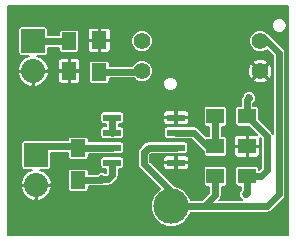
<source format=gtl>
G04 #@! TF.FileFunction,Copper,L1,Top,Signal*
%FSLAX46Y46*%
G04 Gerber Fmt 4.6, Leading zero omitted, Abs format (unit mm)*
G04 Created by KiCad (PCBNEW 0.201506222247+5806~23~ubuntu14.04.1-product) date Sun 28 Jun 2015 17:51:11 CEST*
%MOMM*%
G01*
G04 APERTURE LIST*
%ADD10C,0.127000*%
%ADD11R,1.250000X1.500000*%
%ADD12R,2.032000X2.032000*%
%ADD13O,2.032000X2.032000*%
%ADD14R,1.300000X1.500000*%
%ADD15R,1.500000X1.300000*%
%ADD16C,2.999740*%
%ADD17C,1.400000*%
%ADD18R,1.550000X0.600000*%
%ADD19C,0.685800*%
%ADD20C,0.609600*%
%ADD21C,0.152400*%
G04 APERTURE END LIST*
D10*
D11*
X153924000Y-86380000D03*
X153924000Y-88880000D03*
D12*
X150876000Y-86360000D03*
D13*
X150876000Y-88900000D03*
D12*
X151130000Y-96012000D03*
D13*
X151130000Y-98552000D03*
D14*
X154686000Y-98124000D03*
X154686000Y-95424000D03*
D15*
X168990000Y-97790000D03*
X166290000Y-97790000D03*
D14*
X156464000Y-88980000D03*
X156464000Y-86280000D03*
D15*
X168990000Y-92710000D03*
X166290000Y-92710000D03*
X166290000Y-95250000D03*
X168990000Y-95250000D03*
D16*
X162560000Y-100330000D03*
D17*
X170100000Y-88900000D03*
X170100000Y-86360000D03*
X160100000Y-88900000D03*
X160100000Y-86360000D03*
D18*
X162974000Y-96647000D03*
X162974000Y-95377000D03*
X162974000Y-94107000D03*
X162974000Y-92837000D03*
X157574000Y-92837000D03*
X157574000Y-94107000D03*
X157574000Y-95377000D03*
X157574000Y-96647000D03*
D19*
X168910000Y-99314000D03*
X169164000Y-91186000D03*
X156718000Y-98044000D03*
D20*
X153924000Y-86380000D02*
X150896000Y-86380000D01*
X150896000Y-86380000D02*
X150876000Y-86360000D01*
X168990000Y-97790000D02*
X168990000Y-99234000D01*
X168990000Y-99234000D02*
X168910000Y-99314000D01*
X168990000Y-92710000D02*
X168990000Y-91360000D01*
X168990000Y-91360000D02*
X169164000Y-91186000D01*
X168990000Y-97790000D02*
X170180000Y-97790000D01*
X170688000Y-94408000D02*
X168990000Y-92710000D01*
X170688000Y-97282000D02*
X170688000Y-94408000D01*
X170180000Y-97790000D02*
X170688000Y-97282000D01*
X156718000Y-98044000D02*
X157226000Y-98044000D01*
X156638000Y-98124000D02*
X156718000Y-98044000D01*
X154686000Y-98124000D02*
X156638000Y-98124000D01*
X157574000Y-97696000D02*
X157574000Y-96647000D01*
X157226000Y-98044000D02*
X157574000Y-97696000D01*
X157574000Y-95377000D02*
X154733000Y-95377000D01*
X154733000Y-95377000D02*
X154606000Y-95250000D01*
X154606000Y-95250000D02*
X151892000Y-95250000D01*
X151892000Y-95250000D02*
X151130000Y-96012000D01*
X170100000Y-86360000D02*
X170688000Y-86360000D01*
X170688000Y-86360000D02*
X171704000Y-87376000D01*
X170688000Y-100330000D02*
X164592000Y-100330000D01*
X171704000Y-99314000D02*
X170688000Y-100330000D01*
X171704000Y-87376000D02*
X171704000Y-99314000D01*
X170100000Y-86360000D02*
X170434000Y-86360000D01*
X162560000Y-100330000D02*
X162560000Y-99060000D01*
X162560000Y-99060000D02*
X160274000Y-96774000D01*
X160655000Y-95377000D02*
X162974000Y-95377000D01*
X160274000Y-95758000D02*
X160655000Y-95377000D01*
X160274000Y-96774000D02*
X160274000Y-95758000D01*
X162560000Y-100330000D02*
X164592000Y-100330000D01*
X164592000Y-100330000D02*
X165354000Y-100330000D01*
X166290000Y-99394000D02*
X166290000Y-97790000D01*
X165354000Y-100330000D02*
X166290000Y-99394000D01*
X156464000Y-88980000D02*
X160020000Y-88980000D01*
X160020000Y-88980000D02*
X160100000Y-88900000D01*
X166290000Y-95250000D02*
X165608000Y-95250000D01*
X165608000Y-95250000D02*
X164465000Y-94107000D01*
X164465000Y-94107000D02*
X162974000Y-94107000D01*
X166290000Y-92710000D02*
X166290000Y-95250000D01*
X157574000Y-92837000D02*
X157574000Y-94107000D01*
D21*
G36*
X172441400Y-102793800D02*
X148741600Y-102793800D01*
X148741600Y-98602800D01*
X149867372Y-98602800D01*
X149809268Y-98812617D01*
X149810066Y-98816645D01*
X150011815Y-99301617D01*
X150383798Y-99672467D01*
X150869383Y-99872736D01*
X151079200Y-99814695D01*
X151079200Y-98602800D01*
X151180800Y-98602800D01*
X151180800Y-99814695D01*
X151390617Y-99872736D01*
X151876202Y-99672467D01*
X152248185Y-99301617D01*
X152426074Y-98874000D01*
X153802921Y-98874000D01*
X153819833Y-98961164D01*
X153870158Y-99037774D01*
X153946129Y-99089056D01*
X154036000Y-99107079D01*
X155336000Y-99107079D01*
X155423164Y-99090167D01*
X155499774Y-99039842D01*
X155551056Y-98963871D01*
X155569079Y-98874000D01*
X155569079Y-98657400D01*
X156638000Y-98657400D01*
X156842123Y-98616797D01*
X156864555Y-98601809D01*
X156923628Y-98577400D01*
X157226000Y-98577400D01*
X157430123Y-98536797D01*
X157603171Y-98421171D01*
X157951171Y-98073171D01*
X158066797Y-97900124D01*
X158107400Y-97696000D01*
X158107400Y-97180079D01*
X158349000Y-97180079D01*
X158436164Y-97163167D01*
X158512774Y-97112842D01*
X158564056Y-97036871D01*
X158582079Y-96947000D01*
X158582079Y-96347000D01*
X158565167Y-96259836D01*
X158514842Y-96183226D01*
X158438871Y-96131944D01*
X158349000Y-96113921D01*
X157575614Y-96113921D01*
X157574000Y-96113600D01*
X157572386Y-96113921D01*
X156799000Y-96113921D01*
X155569079Y-96113921D01*
X155569079Y-95910400D01*
X157574000Y-95910400D01*
X157575614Y-95910079D01*
X158349000Y-95910079D01*
X158436164Y-95893167D01*
X158512774Y-95842842D01*
X158564056Y-95766871D01*
X158582079Y-95677000D01*
X158582079Y-95077000D01*
X158565167Y-94989836D01*
X158514842Y-94913226D01*
X158438871Y-94861944D01*
X158349000Y-94843921D01*
X157575614Y-94843921D01*
X157574000Y-94843600D01*
X155569079Y-94843600D01*
X155569079Y-94674000D01*
X155552167Y-94586836D01*
X155501842Y-94510226D01*
X155425871Y-94458944D01*
X155336000Y-94440921D01*
X154036000Y-94440921D01*
X153948836Y-94457833D01*
X153872226Y-94508158D01*
X153820944Y-94584129D01*
X153802921Y-94674000D01*
X153802921Y-94716600D01*
X151892005Y-94716600D01*
X151892000Y-94716599D01*
X151687877Y-94757203D01*
X151679319Y-94762921D01*
X150114000Y-94762921D01*
X150026836Y-94779833D01*
X149950226Y-94830158D01*
X149898944Y-94906129D01*
X149880921Y-94996000D01*
X149880921Y-97028000D01*
X149897833Y-97115164D01*
X149948158Y-97191774D01*
X150024129Y-97243056D01*
X150114000Y-97261079D01*
X150797092Y-97261079D01*
X150383798Y-97431533D01*
X150011815Y-97802383D01*
X149810066Y-98287355D01*
X149809268Y-98291383D01*
X149867372Y-98501200D01*
X151079200Y-98501200D01*
X151079200Y-98481200D01*
X151180800Y-98481200D01*
X151180800Y-98501200D01*
X152392628Y-98501200D01*
X152450732Y-98291383D01*
X152449934Y-98287355D01*
X152248185Y-97802383D01*
X151876202Y-97431533D01*
X151462908Y-97261079D01*
X152146000Y-97261079D01*
X152233164Y-97244167D01*
X152309774Y-97193842D01*
X152361056Y-97117871D01*
X152379079Y-97028000D01*
X152379079Y-95783400D01*
X153802921Y-95783400D01*
X153802921Y-96174000D01*
X153819833Y-96261164D01*
X153870158Y-96337774D01*
X153946129Y-96389056D01*
X154036000Y-96407079D01*
X155336000Y-96407079D01*
X155423164Y-96390167D01*
X155499774Y-96339842D01*
X155551056Y-96263871D01*
X155569079Y-96174000D01*
X155569079Y-96113921D01*
X156799000Y-96113921D01*
X155569079Y-96113921D01*
X155569079Y-96113921D01*
X156799000Y-96113921D01*
X156711836Y-96130833D01*
X156635226Y-96181158D01*
X156583944Y-96257129D01*
X156565921Y-96347000D01*
X156565921Y-96947000D01*
X156582833Y-97034164D01*
X156633158Y-97110774D01*
X156709129Y-97162056D01*
X156799000Y-97180079D01*
X157040600Y-97180079D01*
X157040600Y-97475058D01*
X157005058Y-97510600D01*
X156923691Y-97510600D01*
X156832177Y-97472600D01*
X156604820Y-97472401D01*
X156394694Y-97559224D01*
X156363263Y-97590600D01*
X155569079Y-97590600D01*
X155569079Y-97374000D01*
X155552167Y-97286836D01*
X155501842Y-97210226D01*
X155425871Y-97158944D01*
X155336000Y-97140921D01*
X154036000Y-97140921D01*
X153948836Y-97157833D01*
X153872226Y-97208158D01*
X153820944Y-97284129D01*
X153802921Y-97374000D01*
X153802921Y-98874000D01*
X152426074Y-98874000D01*
X152449934Y-98816645D01*
X152450732Y-98812617D01*
X152392628Y-98602800D01*
X151180800Y-98602800D01*
X151079200Y-98602800D01*
X151079200Y-98602800D01*
X149867372Y-98602800D01*
X148741600Y-98602800D01*
X148741600Y-92303921D01*
X156799000Y-92303921D01*
X156711836Y-92320833D01*
X156635226Y-92371158D01*
X156583944Y-92447129D01*
X156565921Y-92537000D01*
X156565921Y-93137000D01*
X156582833Y-93224164D01*
X156633158Y-93300774D01*
X156709129Y-93352056D01*
X156799000Y-93370079D01*
X157040600Y-93370079D01*
X157040600Y-93573921D01*
X156799000Y-93573921D01*
X156711836Y-93590833D01*
X156635226Y-93641158D01*
X156583944Y-93717129D01*
X156565921Y-93807000D01*
X156565921Y-94407000D01*
X156582833Y-94494164D01*
X156633158Y-94570774D01*
X156709129Y-94622056D01*
X156799000Y-94640079D01*
X157572386Y-94640079D01*
X157574000Y-94640400D01*
X157575614Y-94640079D01*
X158349000Y-94640079D01*
X158436164Y-94623167D01*
X158512774Y-94572842D01*
X158564056Y-94496871D01*
X158582079Y-94407000D01*
X158582079Y-93807000D01*
X158565167Y-93719836D01*
X158514842Y-93643226D01*
X158438871Y-93591944D01*
X158349000Y-93573921D01*
X158107400Y-93573921D01*
X158107400Y-93370079D01*
X158349000Y-93370079D01*
X158436164Y-93353167D01*
X158512774Y-93302842D01*
X158564056Y-93226871D01*
X158582079Y-93137000D01*
X158582079Y-92887800D01*
X161951350Y-92887800D01*
X161868800Y-92970350D01*
X161868800Y-93202681D01*
X161919070Y-93324043D01*
X162011957Y-93416930D01*
X162133319Y-93467200D01*
X162840650Y-93467200D01*
X162923200Y-93384650D01*
X162923200Y-92887800D01*
X163024800Y-92887800D01*
X163024800Y-93384650D01*
X163107350Y-93467200D01*
X163814681Y-93467200D01*
X163936043Y-93416930D01*
X164028930Y-93324043D01*
X164079200Y-93202681D01*
X164079200Y-92970350D01*
X163996650Y-92887800D01*
X163024800Y-92887800D01*
X162923200Y-92887800D01*
X162923200Y-92887800D01*
X161951350Y-92887800D01*
X158582079Y-92887800D01*
X158582079Y-92537000D01*
X158565167Y-92449836D01*
X158514842Y-92373226D01*
X158438871Y-92321944D01*
X158349000Y-92303921D01*
X157575614Y-92303921D01*
X157574000Y-92303600D01*
X157572386Y-92303921D01*
X156799000Y-92303921D01*
X148741600Y-92303921D01*
X148741600Y-92206800D01*
X162133319Y-92206800D01*
X162011957Y-92257070D01*
X161919070Y-92349957D01*
X161868800Y-92471319D01*
X161868800Y-92703650D01*
X161951350Y-92786200D01*
X162923200Y-92786200D01*
X162923200Y-92289350D01*
X162840650Y-92206800D01*
X163107350Y-92206800D01*
X163024800Y-92289350D01*
X163024800Y-92786200D01*
X163996650Y-92786200D01*
X164079200Y-92703650D01*
X164079200Y-92471319D01*
X164028930Y-92349957D01*
X163936043Y-92257070D01*
X163814681Y-92206800D01*
X163107350Y-92206800D01*
X162840650Y-92206800D01*
X162840650Y-92206800D01*
X162133319Y-92206800D01*
X148741600Y-92206800D01*
X148741600Y-90614401D01*
X169050820Y-90614401D01*
X168840694Y-90701224D01*
X168679789Y-90861849D01*
X168641430Y-90954228D01*
X168612829Y-90982829D01*
X168497203Y-91155877D01*
X168456600Y-91360000D01*
X168456600Y-91826921D01*
X168240000Y-91826921D01*
X168152836Y-91843833D01*
X168076226Y-91894158D01*
X168024944Y-91970129D01*
X168006921Y-92060000D01*
X168006921Y-93360000D01*
X168023833Y-93447164D01*
X168074158Y-93523774D01*
X168150129Y-93575056D01*
X168240000Y-93593079D01*
X169118737Y-93593079D01*
X169795459Y-94269800D01*
X169123350Y-94269800D01*
X169040800Y-94352350D01*
X169040800Y-95199200D01*
X169987650Y-95199200D01*
X170070200Y-95116650D01*
X170070200Y-94544541D01*
X170154600Y-94628941D01*
X170154600Y-97061059D01*
X169973079Y-97242579D01*
X169973079Y-97140000D01*
X169956167Y-97052836D01*
X169905842Y-96976226D01*
X169829871Y-96924944D01*
X169740000Y-96906921D01*
X168240000Y-96906921D01*
X168152836Y-96923833D01*
X168076226Y-96974158D01*
X168024944Y-97050129D01*
X168006921Y-97140000D01*
X168006921Y-98440000D01*
X168023833Y-98527164D01*
X168074158Y-98603774D01*
X168150129Y-98655056D01*
X168240000Y-98673079D01*
X168456600Y-98673079D01*
X168456600Y-98959092D01*
X168425789Y-98989849D01*
X168338600Y-99199823D01*
X168338401Y-99427180D01*
X168425224Y-99637306D01*
X168584241Y-99796600D01*
X166641742Y-99796600D01*
X166667171Y-99771171D01*
X166782797Y-99598123D01*
X166823400Y-99394000D01*
X166823400Y-98673079D01*
X167040000Y-98673079D01*
X167127164Y-98656167D01*
X167203774Y-98605842D01*
X167255056Y-98529871D01*
X167273079Y-98440000D01*
X167273079Y-97140000D01*
X167256167Y-97052836D01*
X167205842Y-96976226D01*
X167129871Y-96924944D01*
X167040000Y-96906921D01*
X165540000Y-96906921D01*
X165452836Y-96923833D01*
X165376226Y-96974158D01*
X165324944Y-97050129D01*
X165306921Y-97140000D01*
X165306921Y-98440000D01*
X165323833Y-98527164D01*
X165374158Y-98603774D01*
X165450129Y-98655056D01*
X165540000Y-98673079D01*
X165756600Y-98673079D01*
X165756600Y-99173058D01*
X165133058Y-99796600D01*
X164209811Y-99796600D01*
X164026180Y-99352179D01*
X163540378Y-98865529D01*
X162905322Y-98601830D01*
X162856129Y-98601787D01*
X160952142Y-96697800D01*
X161951350Y-96697800D01*
X161868800Y-96780350D01*
X161868800Y-97012681D01*
X161919070Y-97134043D01*
X162011957Y-97226930D01*
X162133319Y-97277200D01*
X162840650Y-97277200D01*
X162923200Y-97194650D01*
X162923200Y-96697800D01*
X163024800Y-96697800D01*
X162923200Y-96697800D01*
X162923200Y-96697800D01*
X163024800Y-96697800D01*
X163024800Y-97194650D01*
X163107350Y-97277200D01*
X163814681Y-97277200D01*
X163936043Y-97226930D01*
X164028930Y-97134043D01*
X164079200Y-97012681D01*
X164079200Y-96780350D01*
X163996650Y-96697800D01*
X163024800Y-96697800D01*
X162923200Y-96697800D01*
X162923200Y-96697800D01*
X161951350Y-96697800D01*
X160952142Y-96697800D01*
X160807400Y-96553058D01*
X160807400Y-96016800D01*
X162133319Y-96016800D01*
X162011957Y-96067070D01*
X161919070Y-96159957D01*
X161868800Y-96281319D01*
X161868800Y-96513650D01*
X161951350Y-96596200D01*
X162923200Y-96596200D01*
X162923200Y-96099350D01*
X162840650Y-96016800D01*
X163107350Y-96016800D01*
X163024800Y-96099350D01*
X163024800Y-96596200D01*
X163996650Y-96596200D01*
X164079200Y-96513650D01*
X164079200Y-96281319D01*
X164037204Y-96179930D01*
X168052957Y-96179930D01*
X168174319Y-96230200D01*
X168856650Y-96230200D01*
X168939200Y-96147650D01*
X168939200Y-95300800D01*
X169040800Y-95300800D01*
X169040800Y-96147650D01*
X169123350Y-96230200D01*
X169805681Y-96230200D01*
X169927043Y-96179930D01*
X170019930Y-96087043D01*
X170070200Y-95965681D01*
X170070200Y-95383350D01*
X169987650Y-95300800D01*
X169040800Y-95300800D01*
X168939200Y-95300800D01*
X168939200Y-95300800D01*
X167992350Y-95300800D01*
X167273079Y-95300800D01*
X167273079Y-94600000D01*
X167256167Y-94512836D01*
X167205842Y-94436226D01*
X167129871Y-94384944D01*
X167040000Y-94366921D01*
X166823400Y-94366921D01*
X166823400Y-94269800D01*
X168174319Y-94269800D01*
X168052957Y-94320070D01*
X167960070Y-94412957D01*
X167909800Y-94534319D01*
X167909800Y-95116650D01*
X167992350Y-95199200D01*
X168939200Y-95199200D01*
X168939200Y-94352350D01*
X168856650Y-94269800D01*
X168174319Y-94269800D01*
X166823400Y-94269800D01*
X166823400Y-93593079D01*
X167040000Y-93593079D01*
X167127164Y-93576167D01*
X167203774Y-93525842D01*
X167255056Y-93449871D01*
X167273079Y-93360000D01*
X167273079Y-92060000D01*
X167256167Y-91972836D01*
X167205842Y-91896226D01*
X167129871Y-91844944D01*
X167040000Y-91826921D01*
X165540000Y-91826921D01*
X165452836Y-91843833D01*
X165376226Y-91894158D01*
X165324944Y-91970129D01*
X165306921Y-92060000D01*
X165306921Y-93360000D01*
X165323833Y-93447164D01*
X165374158Y-93523774D01*
X165450129Y-93575056D01*
X165540000Y-93593079D01*
X165756600Y-93593079D01*
X165756600Y-94366921D01*
X165540000Y-94366921D01*
X165489133Y-94376791D01*
X164842171Y-93729829D01*
X164669123Y-93614203D01*
X164465000Y-93573600D01*
X162974000Y-93573600D01*
X162972386Y-93573921D01*
X162199000Y-93573921D01*
X162111836Y-93590833D01*
X162035226Y-93641158D01*
X161983944Y-93717129D01*
X161965921Y-93807000D01*
X161965921Y-94407000D01*
X161982833Y-94494164D01*
X162033158Y-94570774D01*
X162109129Y-94622056D01*
X162199000Y-94640079D01*
X162972386Y-94640079D01*
X162974000Y-94640400D01*
X164244058Y-94640400D01*
X165230829Y-95627171D01*
X165306921Y-95678014D01*
X165306921Y-95900000D01*
X165323833Y-95987164D01*
X165374158Y-96063774D01*
X165450129Y-96115056D01*
X165540000Y-96133079D01*
X167040000Y-96133079D01*
X167127164Y-96116167D01*
X167203774Y-96065842D01*
X167255056Y-95989871D01*
X167273079Y-95900000D01*
X167273079Y-95300800D01*
X167992350Y-95300800D01*
X167273079Y-95300800D01*
X167273079Y-95300800D01*
X167992350Y-95300800D01*
X167909800Y-95383350D01*
X167909800Y-95965681D01*
X167960070Y-96087043D01*
X168052957Y-96179930D01*
X164037204Y-96179930D01*
X164028930Y-96159957D01*
X163936043Y-96067070D01*
X163814681Y-96016800D01*
X163107350Y-96016800D01*
X162840650Y-96016800D01*
X162840650Y-96016800D01*
X162133319Y-96016800D01*
X160807400Y-96016800D01*
X160807400Y-95978942D01*
X160875941Y-95910400D01*
X162974000Y-95910400D01*
X162975614Y-95910079D01*
X163749000Y-95910079D01*
X163836164Y-95893167D01*
X163912774Y-95842842D01*
X163964056Y-95766871D01*
X163982079Y-95677000D01*
X163982079Y-95077000D01*
X163965167Y-94989836D01*
X163914842Y-94913226D01*
X163838871Y-94861944D01*
X163749000Y-94843921D01*
X162975614Y-94843921D01*
X162974000Y-94843600D01*
X160655000Y-94843600D01*
X160450876Y-94884203D01*
X160381563Y-94930516D01*
X160277829Y-94999829D01*
X160277827Y-94999832D01*
X159896829Y-95380829D01*
X159781203Y-95553877D01*
X159740600Y-95758000D01*
X159740600Y-96774000D01*
X159781203Y-96978123D01*
X159896829Y-97151171D01*
X161601496Y-98855838D01*
X161582179Y-98863820D01*
X161095529Y-99349622D01*
X160831830Y-99984678D01*
X160831230Y-100672306D01*
X161093820Y-101307821D01*
X161579622Y-101794471D01*
X162214678Y-102058170D01*
X162902306Y-102058770D01*
X163537821Y-101796180D01*
X164024471Y-101310378D01*
X164210073Y-100863400D01*
X170688000Y-100863400D01*
X170892123Y-100822797D01*
X171065171Y-100707171D01*
X172081171Y-99691171D01*
X172196797Y-99518123D01*
X172237400Y-99314000D01*
X172237400Y-87376000D01*
X172196797Y-87171877D01*
X172081171Y-86998829D01*
X171065171Y-85982829D01*
X170904561Y-85875514D01*
X170887688Y-85834678D01*
X170626696Y-85573231D01*
X170285520Y-85431562D01*
X169916100Y-85431240D01*
X169574678Y-85572312D01*
X160624483Y-85572312D01*
X160285520Y-85431562D01*
X159916100Y-85431240D01*
X159574678Y-85572312D01*
X159313231Y-85833304D01*
X159171562Y-86174480D01*
X159171240Y-86543900D01*
X159312312Y-86885322D01*
X159573304Y-87146769D01*
X159914480Y-87288438D01*
X160283900Y-87288760D01*
X160625322Y-87147688D01*
X160886769Y-86886696D01*
X161028438Y-86545520D01*
X161028760Y-86176100D01*
X160887688Y-85834678D01*
X160626696Y-85573231D01*
X160624483Y-85572312D01*
X169574678Y-85572312D01*
X160624483Y-85572312D01*
X160624483Y-85572312D01*
X169574678Y-85572312D01*
X169313231Y-85833304D01*
X169171562Y-86174480D01*
X169171240Y-86543900D01*
X169312312Y-86885322D01*
X169573304Y-87146769D01*
X169914480Y-87288438D01*
X170283900Y-87288760D01*
X170625322Y-87147688D01*
X170673376Y-87099718D01*
X171170600Y-87596942D01*
X151954553Y-87596942D01*
X151979164Y-87592167D01*
X152055774Y-87541842D01*
X152107056Y-87465871D01*
X152125079Y-87376000D01*
X152125079Y-86913400D01*
X153065921Y-86913400D01*
X153065921Y-87130000D01*
X153082833Y-87217164D01*
X153133158Y-87293774D01*
X153209129Y-87345056D01*
X153299000Y-87363079D01*
X154549000Y-87363079D01*
X154636164Y-87346167D01*
X154712774Y-87295842D01*
X154764056Y-87219871D01*
X154782079Y-87130000D01*
X154782079Y-86330800D01*
X155566350Y-86330800D01*
X155483800Y-86413350D01*
X155483800Y-87095681D01*
X155534070Y-87217043D01*
X155626957Y-87309930D01*
X155748319Y-87360200D01*
X156330650Y-87360200D01*
X156413200Y-87277650D01*
X156413200Y-86330800D01*
X156514800Y-86330800D01*
X156413200Y-86330800D01*
X156413200Y-86330800D01*
X156514800Y-86330800D01*
X156514800Y-87277650D01*
X156597350Y-87360200D01*
X157179681Y-87360200D01*
X157301043Y-87309930D01*
X157393930Y-87217043D01*
X157444200Y-87095681D01*
X157444200Y-86413350D01*
X157361650Y-86330800D01*
X156514800Y-86330800D01*
X156413200Y-86330800D01*
X156413200Y-86330800D01*
X155566350Y-86330800D01*
X154782079Y-86330800D01*
X154782079Y-85630000D01*
X154765167Y-85542836D01*
X154714842Y-85466226D01*
X154638871Y-85414944D01*
X154549000Y-85396921D01*
X153299000Y-85396921D01*
X153211836Y-85413833D01*
X153135226Y-85464158D01*
X153083944Y-85540129D01*
X153065921Y-85630000D01*
X153065921Y-85846600D01*
X152125079Y-85846600D01*
X152125079Y-85344000D01*
X152108167Y-85256836D01*
X152070701Y-85199800D01*
X155748319Y-85199800D01*
X155626957Y-85250070D01*
X155534070Y-85342957D01*
X155483800Y-85464319D01*
X155483800Y-86146650D01*
X155566350Y-86229200D01*
X156413200Y-86229200D01*
X156413200Y-85282350D01*
X156330650Y-85199800D01*
X156597350Y-85199800D01*
X156514800Y-85282350D01*
X156514800Y-86229200D01*
X157361650Y-86229200D01*
X157444200Y-86146650D01*
X157444200Y-85464319D01*
X157393930Y-85342957D01*
X157301043Y-85250070D01*
X157179681Y-85199800D01*
X156597350Y-85199800D01*
X156330650Y-85199800D01*
X156330650Y-85199800D01*
X155748319Y-85199800D01*
X152070701Y-85199800D01*
X152057842Y-85180226D01*
X151981871Y-85128944D01*
X151892000Y-85110921D01*
X149860000Y-85110921D01*
X149772836Y-85127833D01*
X149696226Y-85178158D01*
X149644944Y-85254129D01*
X149626921Y-85344000D01*
X149626921Y-87376000D01*
X149643833Y-87463164D01*
X149694158Y-87539774D01*
X149770129Y-87591056D01*
X149860000Y-87609079D01*
X150543092Y-87609079D01*
X150129798Y-87779533D01*
X149757815Y-88150383D01*
X149556066Y-88635355D01*
X149555268Y-88639383D01*
X149613372Y-88849200D01*
X150825200Y-88849200D01*
X150825200Y-88829200D01*
X150926800Y-88829200D01*
X150926800Y-88849200D01*
X152138628Y-88849200D01*
X152196732Y-88639383D01*
X152195934Y-88635355D01*
X151994185Y-88150383D01*
X151642531Y-87799800D01*
X153233319Y-87799800D01*
X153111957Y-87850070D01*
X153019070Y-87942957D01*
X152968800Y-88064319D01*
X152968800Y-88746650D01*
X153051350Y-88829200D01*
X153873200Y-88829200D01*
X153873200Y-87882350D01*
X153790650Y-87799800D01*
X154057350Y-87799800D01*
X153790650Y-87799800D01*
X153790650Y-87799800D01*
X154057350Y-87799800D01*
X153974800Y-87882350D01*
X153974800Y-88829200D01*
X154796650Y-88829200D01*
X154879200Y-88746650D01*
X154879200Y-88064319D01*
X154828930Y-87942957D01*
X154757683Y-87871710D01*
X169885702Y-87871710D01*
X169524421Y-88021358D01*
X169452503Y-88180661D01*
X170100000Y-88828158D01*
X170747497Y-88180661D01*
X170675579Y-88021358D01*
X170295524Y-87867976D01*
X169885702Y-87871710D01*
X154757683Y-87871710D01*
X154736043Y-87850070D01*
X154614681Y-87799800D01*
X154057350Y-87799800D01*
X153790650Y-87799800D01*
X153790650Y-87799800D01*
X153233319Y-87799800D01*
X151642531Y-87799800D01*
X151622202Y-87779533D01*
X151208908Y-87609079D01*
X151892000Y-87609079D01*
X151954553Y-87596942D01*
X171170600Y-87596942D01*
X151954553Y-87596942D01*
X151954553Y-87596942D01*
X171170600Y-87596942D01*
X171170600Y-94188616D01*
X171116066Y-94107000D01*
X171065171Y-94030829D01*
X171065168Y-94030827D01*
X169973079Y-92938737D01*
X169973079Y-92060000D01*
X169956167Y-91972836D01*
X169905842Y-91896226D01*
X169829871Y-91844944D01*
X169740000Y-91826921D01*
X169523400Y-91826921D01*
X169523400Y-91634745D01*
X169648211Y-91510151D01*
X169735400Y-91300177D01*
X169735599Y-91072820D01*
X169648776Y-90862694D01*
X169488151Y-90701789D01*
X169278177Y-90614600D01*
X169050820Y-90614401D01*
X148741600Y-90614401D01*
X148741600Y-90335608D01*
X161966788Y-90335608D01*
X162143462Y-90512590D01*
X162374415Y-90608491D01*
X162624488Y-90608709D01*
X162855608Y-90513212D01*
X163032590Y-90336538D01*
X163128491Y-90105585D01*
X163128709Y-89855512D01*
X163033212Y-89624392D01*
X163028168Y-89619339D01*
X169452503Y-89619339D01*
X169524421Y-89778642D01*
X169904476Y-89932024D01*
X170314298Y-89928290D01*
X170675579Y-89778642D01*
X170747497Y-89619339D01*
X170100000Y-88971842D01*
X169452503Y-89619339D01*
X163028168Y-89619339D01*
X162856538Y-89447410D01*
X162625585Y-89351509D01*
X162375512Y-89351291D01*
X162144392Y-89446788D01*
X160866641Y-89446788D01*
X160886769Y-89426696D01*
X161028438Y-89085520D01*
X161028760Y-88716100D01*
X160887688Y-88374678D01*
X160837519Y-88324421D01*
X169221358Y-88324421D01*
X169067976Y-88704476D01*
X169071710Y-89114298D01*
X169221358Y-89475579D01*
X169380661Y-89547497D01*
X170028158Y-88900000D01*
X170171842Y-88900000D01*
X170819339Y-89547497D01*
X170978642Y-89475579D01*
X171132024Y-89095524D01*
X171128290Y-88685702D01*
X170978642Y-88324421D01*
X170819339Y-88252503D01*
X170171842Y-88900000D01*
X170028158Y-88900000D01*
X170028158Y-88900000D01*
X169380661Y-88252503D01*
X169221358Y-88324421D01*
X160837519Y-88324421D01*
X160626696Y-88113231D01*
X160285520Y-87971562D01*
X159916100Y-87971240D01*
X159574678Y-88112312D01*
X159313231Y-88373304D01*
X159282796Y-88446600D01*
X157347079Y-88446600D01*
X157347079Y-88230000D01*
X157330167Y-88142836D01*
X157279842Y-88066226D01*
X157203871Y-88014944D01*
X157114000Y-87996921D01*
X155814000Y-87996921D01*
X155726836Y-88013833D01*
X155650226Y-88064158D01*
X155598944Y-88140129D01*
X155580921Y-88230000D01*
X155580921Y-89730000D01*
X155597833Y-89817164D01*
X155648158Y-89893774D01*
X155724129Y-89945056D01*
X155814000Y-89963079D01*
X157114000Y-89963079D01*
X157201164Y-89946167D01*
X157277774Y-89895842D01*
X157329056Y-89819871D01*
X157347079Y-89730000D01*
X157347079Y-89513400D01*
X159400237Y-89513400D01*
X159573304Y-89686769D01*
X159914480Y-89828438D01*
X160283900Y-89828760D01*
X160625322Y-89687688D01*
X160866641Y-89446788D01*
X162144392Y-89446788D01*
X160866641Y-89446788D01*
X160866641Y-89446788D01*
X162144392Y-89446788D01*
X161967410Y-89623462D01*
X161871509Y-89854415D01*
X161871291Y-90104488D01*
X151418479Y-90104488D01*
X151622202Y-90020467D01*
X151994185Y-89649617D01*
X152195934Y-89164645D01*
X152196732Y-89160617D01*
X152138628Y-88950800D01*
X150926800Y-88950800D01*
X150926800Y-90162695D01*
X151136617Y-90220736D01*
X151418479Y-90104488D01*
X161871291Y-90104488D01*
X151418479Y-90104488D01*
X151418479Y-90104488D01*
X161871291Y-90104488D01*
X161966788Y-90335608D01*
X148741600Y-90335608D01*
X148741600Y-88950800D01*
X149613372Y-88950800D01*
X149555268Y-89160617D01*
X149556066Y-89164645D01*
X149757815Y-89649617D01*
X150129798Y-90020467D01*
X150615383Y-90220736D01*
X150825200Y-90162695D01*
X150825200Y-88950800D01*
X149613372Y-88950800D01*
X148741600Y-88950800D01*
X148741600Y-88930800D01*
X153051350Y-88930800D01*
X152968800Y-89013350D01*
X152968800Y-89695681D01*
X153019070Y-89817043D01*
X153111957Y-89909930D01*
X153233319Y-89960200D01*
X153790650Y-89960200D01*
X153873200Y-89877650D01*
X153873200Y-88930800D01*
X153974800Y-88930800D01*
X153873200Y-88930800D01*
X153873200Y-88930800D01*
X153974800Y-88930800D01*
X153974800Y-89877650D01*
X154057350Y-89960200D01*
X154614681Y-89960200D01*
X154736043Y-89909930D01*
X154828930Y-89817043D01*
X154879200Y-89695681D01*
X154879200Y-89013350D01*
X154796650Y-88930800D01*
X153974800Y-88930800D01*
X153873200Y-88930800D01*
X153873200Y-88930800D01*
X153051350Y-88930800D01*
X148741600Y-88930800D01*
X148741600Y-84496788D01*
X171344392Y-84496788D01*
X171167410Y-84673462D01*
X171071509Y-84904415D01*
X171071291Y-85154488D01*
X171166788Y-85385608D01*
X171343462Y-85562590D01*
X171574415Y-85658491D01*
X171824488Y-85658709D01*
X172055608Y-85563212D01*
X172232590Y-85386538D01*
X172328491Y-85155585D01*
X172328709Y-84905512D01*
X172233212Y-84674392D01*
X172056538Y-84497410D01*
X171825585Y-84401509D01*
X171575512Y-84401291D01*
X171344392Y-84496788D01*
X148741600Y-84496788D01*
X148741600Y-83388200D01*
X172441400Y-83388200D01*
X172441400Y-102793800D01*
X172441400Y-102793800D01*
G37*
X172441400Y-102793800D02*
X148741600Y-102793800D01*
X148741600Y-98602800D01*
X149867372Y-98602800D01*
X149809268Y-98812617D01*
X149810066Y-98816645D01*
X150011815Y-99301617D01*
X150383798Y-99672467D01*
X150869383Y-99872736D01*
X151079200Y-99814695D01*
X151079200Y-98602800D01*
X151180800Y-98602800D01*
X151180800Y-99814695D01*
X151390617Y-99872736D01*
X151876202Y-99672467D01*
X152248185Y-99301617D01*
X152426074Y-98874000D01*
X153802921Y-98874000D01*
X153819833Y-98961164D01*
X153870158Y-99037774D01*
X153946129Y-99089056D01*
X154036000Y-99107079D01*
X155336000Y-99107079D01*
X155423164Y-99090167D01*
X155499774Y-99039842D01*
X155551056Y-98963871D01*
X155569079Y-98874000D01*
X155569079Y-98657400D01*
X156638000Y-98657400D01*
X156842123Y-98616797D01*
X156864555Y-98601809D01*
X156923628Y-98577400D01*
X157226000Y-98577400D01*
X157430123Y-98536797D01*
X157603171Y-98421171D01*
X157951171Y-98073171D01*
X158066797Y-97900124D01*
X158107400Y-97696000D01*
X158107400Y-97180079D01*
X158349000Y-97180079D01*
X158436164Y-97163167D01*
X158512774Y-97112842D01*
X158564056Y-97036871D01*
X158582079Y-96947000D01*
X158582079Y-96347000D01*
X158565167Y-96259836D01*
X158514842Y-96183226D01*
X158438871Y-96131944D01*
X158349000Y-96113921D01*
X157575614Y-96113921D01*
X157574000Y-96113600D01*
X157572386Y-96113921D01*
X156799000Y-96113921D01*
X155569079Y-96113921D01*
X155569079Y-95910400D01*
X157574000Y-95910400D01*
X157575614Y-95910079D01*
X158349000Y-95910079D01*
X158436164Y-95893167D01*
X158512774Y-95842842D01*
X158564056Y-95766871D01*
X158582079Y-95677000D01*
X158582079Y-95077000D01*
X158565167Y-94989836D01*
X158514842Y-94913226D01*
X158438871Y-94861944D01*
X158349000Y-94843921D01*
X157575614Y-94843921D01*
X157574000Y-94843600D01*
X155569079Y-94843600D01*
X155569079Y-94674000D01*
X155552167Y-94586836D01*
X155501842Y-94510226D01*
X155425871Y-94458944D01*
X155336000Y-94440921D01*
X154036000Y-94440921D01*
X153948836Y-94457833D01*
X153872226Y-94508158D01*
X153820944Y-94584129D01*
X153802921Y-94674000D01*
X153802921Y-94716600D01*
X151892005Y-94716600D01*
X151892000Y-94716599D01*
X151687877Y-94757203D01*
X151679319Y-94762921D01*
X150114000Y-94762921D01*
X150026836Y-94779833D01*
X149950226Y-94830158D01*
X149898944Y-94906129D01*
X149880921Y-94996000D01*
X149880921Y-97028000D01*
X149897833Y-97115164D01*
X149948158Y-97191774D01*
X150024129Y-97243056D01*
X150114000Y-97261079D01*
X150797092Y-97261079D01*
X150383798Y-97431533D01*
X150011815Y-97802383D01*
X149810066Y-98287355D01*
X149809268Y-98291383D01*
X149867372Y-98501200D01*
X151079200Y-98501200D01*
X151079200Y-98481200D01*
X151180800Y-98481200D01*
X151180800Y-98501200D01*
X152392628Y-98501200D01*
X152450732Y-98291383D01*
X152449934Y-98287355D01*
X152248185Y-97802383D01*
X151876202Y-97431533D01*
X151462908Y-97261079D01*
X152146000Y-97261079D01*
X152233164Y-97244167D01*
X152309774Y-97193842D01*
X152361056Y-97117871D01*
X152379079Y-97028000D01*
X152379079Y-95783400D01*
X153802921Y-95783400D01*
X153802921Y-96174000D01*
X153819833Y-96261164D01*
X153870158Y-96337774D01*
X153946129Y-96389056D01*
X154036000Y-96407079D01*
X155336000Y-96407079D01*
X155423164Y-96390167D01*
X155499774Y-96339842D01*
X155551056Y-96263871D01*
X155569079Y-96174000D01*
X155569079Y-96113921D01*
X156799000Y-96113921D01*
X155569079Y-96113921D01*
X155569079Y-96113921D01*
X156799000Y-96113921D01*
X156711836Y-96130833D01*
X156635226Y-96181158D01*
X156583944Y-96257129D01*
X156565921Y-96347000D01*
X156565921Y-96947000D01*
X156582833Y-97034164D01*
X156633158Y-97110774D01*
X156709129Y-97162056D01*
X156799000Y-97180079D01*
X157040600Y-97180079D01*
X157040600Y-97475058D01*
X157005058Y-97510600D01*
X156923691Y-97510600D01*
X156832177Y-97472600D01*
X156604820Y-97472401D01*
X156394694Y-97559224D01*
X156363263Y-97590600D01*
X155569079Y-97590600D01*
X155569079Y-97374000D01*
X155552167Y-97286836D01*
X155501842Y-97210226D01*
X155425871Y-97158944D01*
X155336000Y-97140921D01*
X154036000Y-97140921D01*
X153948836Y-97157833D01*
X153872226Y-97208158D01*
X153820944Y-97284129D01*
X153802921Y-97374000D01*
X153802921Y-98874000D01*
X152426074Y-98874000D01*
X152449934Y-98816645D01*
X152450732Y-98812617D01*
X152392628Y-98602800D01*
X151180800Y-98602800D01*
X151079200Y-98602800D01*
X151079200Y-98602800D01*
X149867372Y-98602800D01*
X148741600Y-98602800D01*
X148741600Y-92303921D01*
X156799000Y-92303921D01*
X156711836Y-92320833D01*
X156635226Y-92371158D01*
X156583944Y-92447129D01*
X156565921Y-92537000D01*
X156565921Y-93137000D01*
X156582833Y-93224164D01*
X156633158Y-93300774D01*
X156709129Y-93352056D01*
X156799000Y-93370079D01*
X157040600Y-93370079D01*
X157040600Y-93573921D01*
X156799000Y-93573921D01*
X156711836Y-93590833D01*
X156635226Y-93641158D01*
X156583944Y-93717129D01*
X156565921Y-93807000D01*
X156565921Y-94407000D01*
X156582833Y-94494164D01*
X156633158Y-94570774D01*
X156709129Y-94622056D01*
X156799000Y-94640079D01*
X157572386Y-94640079D01*
X157574000Y-94640400D01*
X157575614Y-94640079D01*
X158349000Y-94640079D01*
X158436164Y-94623167D01*
X158512774Y-94572842D01*
X158564056Y-94496871D01*
X158582079Y-94407000D01*
X158582079Y-93807000D01*
X158565167Y-93719836D01*
X158514842Y-93643226D01*
X158438871Y-93591944D01*
X158349000Y-93573921D01*
X158107400Y-93573921D01*
X158107400Y-93370079D01*
X158349000Y-93370079D01*
X158436164Y-93353167D01*
X158512774Y-93302842D01*
X158564056Y-93226871D01*
X158582079Y-93137000D01*
X158582079Y-92887800D01*
X161951350Y-92887800D01*
X161868800Y-92970350D01*
X161868800Y-93202681D01*
X161919070Y-93324043D01*
X162011957Y-93416930D01*
X162133319Y-93467200D01*
X162840650Y-93467200D01*
X162923200Y-93384650D01*
X162923200Y-92887800D01*
X163024800Y-92887800D01*
X163024800Y-93384650D01*
X163107350Y-93467200D01*
X163814681Y-93467200D01*
X163936043Y-93416930D01*
X164028930Y-93324043D01*
X164079200Y-93202681D01*
X164079200Y-92970350D01*
X163996650Y-92887800D01*
X163024800Y-92887800D01*
X162923200Y-92887800D01*
X162923200Y-92887800D01*
X161951350Y-92887800D01*
X158582079Y-92887800D01*
X158582079Y-92537000D01*
X158565167Y-92449836D01*
X158514842Y-92373226D01*
X158438871Y-92321944D01*
X158349000Y-92303921D01*
X157575614Y-92303921D01*
X157574000Y-92303600D01*
X157572386Y-92303921D01*
X156799000Y-92303921D01*
X148741600Y-92303921D01*
X148741600Y-92206800D01*
X162133319Y-92206800D01*
X162011957Y-92257070D01*
X161919070Y-92349957D01*
X161868800Y-92471319D01*
X161868800Y-92703650D01*
X161951350Y-92786200D01*
X162923200Y-92786200D01*
X162923200Y-92289350D01*
X162840650Y-92206800D01*
X163107350Y-92206800D01*
X163024800Y-92289350D01*
X163024800Y-92786200D01*
X163996650Y-92786200D01*
X164079200Y-92703650D01*
X164079200Y-92471319D01*
X164028930Y-92349957D01*
X163936043Y-92257070D01*
X163814681Y-92206800D01*
X163107350Y-92206800D01*
X162840650Y-92206800D01*
X162840650Y-92206800D01*
X162133319Y-92206800D01*
X148741600Y-92206800D01*
X148741600Y-90614401D01*
X169050820Y-90614401D01*
X168840694Y-90701224D01*
X168679789Y-90861849D01*
X168641430Y-90954228D01*
X168612829Y-90982829D01*
X168497203Y-91155877D01*
X168456600Y-91360000D01*
X168456600Y-91826921D01*
X168240000Y-91826921D01*
X168152836Y-91843833D01*
X168076226Y-91894158D01*
X168024944Y-91970129D01*
X168006921Y-92060000D01*
X168006921Y-93360000D01*
X168023833Y-93447164D01*
X168074158Y-93523774D01*
X168150129Y-93575056D01*
X168240000Y-93593079D01*
X169118737Y-93593079D01*
X169795459Y-94269800D01*
X169123350Y-94269800D01*
X169040800Y-94352350D01*
X169040800Y-95199200D01*
X169987650Y-95199200D01*
X170070200Y-95116650D01*
X170070200Y-94544541D01*
X170154600Y-94628941D01*
X170154600Y-97061059D01*
X169973079Y-97242579D01*
X169973079Y-97140000D01*
X169956167Y-97052836D01*
X169905842Y-96976226D01*
X169829871Y-96924944D01*
X169740000Y-96906921D01*
X168240000Y-96906921D01*
X168152836Y-96923833D01*
X168076226Y-96974158D01*
X168024944Y-97050129D01*
X168006921Y-97140000D01*
X168006921Y-98440000D01*
X168023833Y-98527164D01*
X168074158Y-98603774D01*
X168150129Y-98655056D01*
X168240000Y-98673079D01*
X168456600Y-98673079D01*
X168456600Y-98959092D01*
X168425789Y-98989849D01*
X168338600Y-99199823D01*
X168338401Y-99427180D01*
X168425224Y-99637306D01*
X168584241Y-99796600D01*
X166641742Y-99796600D01*
X166667171Y-99771171D01*
X166782797Y-99598123D01*
X166823400Y-99394000D01*
X166823400Y-98673079D01*
X167040000Y-98673079D01*
X167127164Y-98656167D01*
X167203774Y-98605842D01*
X167255056Y-98529871D01*
X167273079Y-98440000D01*
X167273079Y-97140000D01*
X167256167Y-97052836D01*
X167205842Y-96976226D01*
X167129871Y-96924944D01*
X167040000Y-96906921D01*
X165540000Y-96906921D01*
X165452836Y-96923833D01*
X165376226Y-96974158D01*
X165324944Y-97050129D01*
X165306921Y-97140000D01*
X165306921Y-98440000D01*
X165323833Y-98527164D01*
X165374158Y-98603774D01*
X165450129Y-98655056D01*
X165540000Y-98673079D01*
X165756600Y-98673079D01*
X165756600Y-99173058D01*
X165133058Y-99796600D01*
X164209811Y-99796600D01*
X164026180Y-99352179D01*
X163540378Y-98865529D01*
X162905322Y-98601830D01*
X162856129Y-98601787D01*
X160952142Y-96697800D01*
X161951350Y-96697800D01*
X161868800Y-96780350D01*
X161868800Y-97012681D01*
X161919070Y-97134043D01*
X162011957Y-97226930D01*
X162133319Y-97277200D01*
X162840650Y-97277200D01*
X162923200Y-97194650D01*
X162923200Y-96697800D01*
X163024800Y-96697800D01*
X162923200Y-96697800D01*
X162923200Y-96697800D01*
X163024800Y-96697800D01*
X163024800Y-97194650D01*
X163107350Y-97277200D01*
X163814681Y-97277200D01*
X163936043Y-97226930D01*
X164028930Y-97134043D01*
X164079200Y-97012681D01*
X164079200Y-96780350D01*
X163996650Y-96697800D01*
X163024800Y-96697800D01*
X162923200Y-96697800D01*
X162923200Y-96697800D01*
X161951350Y-96697800D01*
X160952142Y-96697800D01*
X160807400Y-96553058D01*
X160807400Y-96016800D01*
X162133319Y-96016800D01*
X162011957Y-96067070D01*
X161919070Y-96159957D01*
X161868800Y-96281319D01*
X161868800Y-96513650D01*
X161951350Y-96596200D01*
X162923200Y-96596200D01*
X162923200Y-96099350D01*
X162840650Y-96016800D01*
X163107350Y-96016800D01*
X163024800Y-96099350D01*
X163024800Y-96596200D01*
X163996650Y-96596200D01*
X164079200Y-96513650D01*
X164079200Y-96281319D01*
X164037204Y-96179930D01*
X168052957Y-96179930D01*
X168174319Y-96230200D01*
X168856650Y-96230200D01*
X168939200Y-96147650D01*
X168939200Y-95300800D01*
X169040800Y-95300800D01*
X169040800Y-96147650D01*
X169123350Y-96230200D01*
X169805681Y-96230200D01*
X169927043Y-96179930D01*
X170019930Y-96087043D01*
X170070200Y-95965681D01*
X170070200Y-95383350D01*
X169987650Y-95300800D01*
X169040800Y-95300800D01*
X168939200Y-95300800D01*
X168939200Y-95300800D01*
X167992350Y-95300800D01*
X167273079Y-95300800D01*
X167273079Y-94600000D01*
X167256167Y-94512836D01*
X167205842Y-94436226D01*
X167129871Y-94384944D01*
X167040000Y-94366921D01*
X166823400Y-94366921D01*
X166823400Y-94269800D01*
X168174319Y-94269800D01*
X168052957Y-94320070D01*
X167960070Y-94412957D01*
X167909800Y-94534319D01*
X167909800Y-95116650D01*
X167992350Y-95199200D01*
X168939200Y-95199200D01*
X168939200Y-94352350D01*
X168856650Y-94269800D01*
X168174319Y-94269800D01*
X166823400Y-94269800D01*
X166823400Y-93593079D01*
X167040000Y-93593079D01*
X167127164Y-93576167D01*
X167203774Y-93525842D01*
X167255056Y-93449871D01*
X167273079Y-93360000D01*
X167273079Y-92060000D01*
X167256167Y-91972836D01*
X167205842Y-91896226D01*
X167129871Y-91844944D01*
X167040000Y-91826921D01*
X165540000Y-91826921D01*
X165452836Y-91843833D01*
X165376226Y-91894158D01*
X165324944Y-91970129D01*
X165306921Y-92060000D01*
X165306921Y-93360000D01*
X165323833Y-93447164D01*
X165374158Y-93523774D01*
X165450129Y-93575056D01*
X165540000Y-93593079D01*
X165756600Y-93593079D01*
X165756600Y-94366921D01*
X165540000Y-94366921D01*
X165489133Y-94376791D01*
X164842171Y-93729829D01*
X164669123Y-93614203D01*
X164465000Y-93573600D01*
X162974000Y-93573600D01*
X162972386Y-93573921D01*
X162199000Y-93573921D01*
X162111836Y-93590833D01*
X162035226Y-93641158D01*
X161983944Y-93717129D01*
X161965921Y-93807000D01*
X161965921Y-94407000D01*
X161982833Y-94494164D01*
X162033158Y-94570774D01*
X162109129Y-94622056D01*
X162199000Y-94640079D01*
X162972386Y-94640079D01*
X162974000Y-94640400D01*
X164244058Y-94640400D01*
X165230829Y-95627171D01*
X165306921Y-95678014D01*
X165306921Y-95900000D01*
X165323833Y-95987164D01*
X165374158Y-96063774D01*
X165450129Y-96115056D01*
X165540000Y-96133079D01*
X167040000Y-96133079D01*
X167127164Y-96116167D01*
X167203774Y-96065842D01*
X167255056Y-95989871D01*
X167273079Y-95900000D01*
X167273079Y-95300800D01*
X167992350Y-95300800D01*
X167273079Y-95300800D01*
X167273079Y-95300800D01*
X167992350Y-95300800D01*
X167909800Y-95383350D01*
X167909800Y-95965681D01*
X167960070Y-96087043D01*
X168052957Y-96179930D01*
X164037204Y-96179930D01*
X164028930Y-96159957D01*
X163936043Y-96067070D01*
X163814681Y-96016800D01*
X163107350Y-96016800D01*
X162840650Y-96016800D01*
X162840650Y-96016800D01*
X162133319Y-96016800D01*
X160807400Y-96016800D01*
X160807400Y-95978942D01*
X160875941Y-95910400D01*
X162974000Y-95910400D01*
X162975614Y-95910079D01*
X163749000Y-95910079D01*
X163836164Y-95893167D01*
X163912774Y-95842842D01*
X163964056Y-95766871D01*
X163982079Y-95677000D01*
X163982079Y-95077000D01*
X163965167Y-94989836D01*
X163914842Y-94913226D01*
X163838871Y-94861944D01*
X163749000Y-94843921D01*
X162975614Y-94843921D01*
X162974000Y-94843600D01*
X160655000Y-94843600D01*
X160450876Y-94884203D01*
X160381563Y-94930516D01*
X160277829Y-94999829D01*
X160277827Y-94999832D01*
X159896829Y-95380829D01*
X159781203Y-95553877D01*
X159740600Y-95758000D01*
X159740600Y-96774000D01*
X159781203Y-96978123D01*
X159896829Y-97151171D01*
X161601496Y-98855838D01*
X161582179Y-98863820D01*
X161095529Y-99349622D01*
X160831830Y-99984678D01*
X160831230Y-100672306D01*
X161093820Y-101307821D01*
X161579622Y-101794471D01*
X162214678Y-102058170D01*
X162902306Y-102058770D01*
X163537821Y-101796180D01*
X164024471Y-101310378D01*
X164210073Y-100863400D01*
X170688000Y-100863400D01*
X170892123Y-100822797D01*
X171065171Y-100707171D01*
X172081171Y-99691171D01*
X172196797Y-99518123D01*
X172237400Y-99314000D01*
X172237400Y-87376000D01*
X172196797Y-87171877D01*
X172081171Y-86998829D01*
X171065171Y-85982829D01*
X170904561Y-85875514D01*
X170887688Y-85834678D01*
X170626696Y-85573231D01*
X170285520Y-85431562D01*
X169916100Y-85431240D01*
X169574678Y-85572312D01*
X160624483Y-85572312D01*
X160285520Y-85431562D01*
X159916100Y-85431240D01*
X159574678Y-85572312D01*
X159313231Y-85833304D01*
X159171562Y-86174480D01*
X159171240Y-86543900D01*
X159312312Y-86885322D01*
X159573304Y-87146769D01*
X159914480Y-87288438D01*
X160283900Y-87288760D01*
X160625322Y-87147688D01*
X160886769Y-86886696D01*
X161028438Y-86545520D01*
X161028760Y-86176100D01*
X160887688Y-85834678D01*
X160626696Y-85573231D01*
X160624483Y-85572312D01*
X169574678Y-85572312D01*
X160624483Y-85572312D01*
X160624483Y-85572312D01*
X169574678Y-85572312D01*
X169313231Y-85833304D01*
X169171562Y-86174480D01*
X169171240Y-86543900D01*
X169312312Y-86885322D01*
X169573304Y-87146769D01*
X169914480Y-87288438D01*
X170283900Y-87288760D01*
X170625322Y-87147688D01*
X170673376Y-87099718D01*
X171170600Y-87596942D01*
X151954553Y-87596942D01*
X151979164Y-87592167D01*
X152055774Y-87541842D01*
X152107056Y-87465871D01*
X152125079Y-87376000D01*
X152125079Y-86913400D01*
X153065921Y-86913400D01*
X153065921Y-87130000D01*
X153082833Y-87217164D01*
X153133158Y-87293774D01*
X153209129Y-87345056D01*
X153299000Y-87363079D01*
X154549000Y-87363079D01*
X154636164Y-87346167D01*
X154712774Y-87295842D01*
X154764056Y-87219871D01*
X154782079Y-87130000D01*
X154782079Y-86330800D01*
X155566350Y-86330800D01*
X155483800Y-86413350D01*
X155483800Y-87095681D01*
X155534070Y-87217043D01*
X155626957Y-87309930D01*
X155748319Y-87360200D01*
X156330650Y-87360200D01*
X156413200Y-87277650D01*
X156413200Y-86330800D01*
X156514800Y-86330800D01*
X156413200Y-86330800D01*
X156413200Y-86330800D01*
X156514800Y-86330800D01*
X156514800Y-87277650D01*
X156597350Y-87360200D01*
X157179681Y-87360200D01*
X157301043Y-87309930D01*
X157393930Y-87217043D01*
X157444200Y-87095681D01*
X157444200Y-86413350D01*
X157361650Y-86330800D01*
X156514800Y-86330800D01*
X156413200Y-86330800D01*
X156413200Y-86330800D01*
X155566350Y-86330800D01*
X154782079Y-86330800D01*
X154782079Y-85630000D01*
X154765167Y-85542836D01*
X154714842Y-85466226D01*
X154638871Y-85414944D01*
X154549000Y-85396921D01*
X153299000Y-85396921D01*
X153211836Y-85413833D01*
X153135226Y-85464158D01*
X153083944Y-85540129D01*
X153065921Y-85630000D01*
X153065921Y-85846600D01*
X152125079Y-85846600D01*
X152125079Y-85344000D01*
X152108167Y-85256836D01*
X152070701Y-85199800D01*
X155748319Y-85199800D01*
X155626957Y-85250070D01*
X155534070Y-85342957D01*
X155483800Y-85464319D01*
X155483800Y-86146650D01*
X155566350Y-86229200D01*
X156413200Y-86229200D01*
X156413200Y-85282350D01*
X156330650Y-85199800D01*
X156597350Y-85199800D01*
X156514800Y-85282350D01*
X156514800Y-86229200D01*
X157361650Y-86229200D01*
X157444200Y-86146650D01*
X157444200Y-85464319D01*
X157393930Y-85342957D01*
X157301043Y-85250070D01*
X157179681Y-85199800D01*
X156597350Y-85199800D01*
X156330650Y-85199800D01*
X156330650Y-85199800D01*
X155748319Y-85199800D01*
X152070701Y-85199800D01*
X152057842Y-85180226D01*
X151981871Y-85128944D01*
X151892000Y-85110921D01*
X149860000Y-85110921D01*
X149772836Y-85127833D01*
X149696226Y-85178158D01*
X149644944Y-85254129D01*
X149626921Y-85344000D01*
X149626921Y-87376000D01*
X149643833Y-87463164D01*
X149694158Y-87539774D01*
X149770129Y-87591056D01*
X149860000Y-87609079D01*
X150543092Y-87609079D01*
X150129798Y-87779533D01*
X149757815Y-88150383D01*
X149556066Y-88635355D01*
X149555268Y-88639383D01*
X149613372Y-88849200D01*
X150825200Y-88849200D01*
X150825200Y-88829200D01*
X150926800Y-88829200D01*
X150926800Y-88849200D01*
X152138628Y-88849200D01*
X152196732Y-88639383D01*
X152195934Y-88635355D01*
X151994185Y-88150383D01*
X151642531Y-87799800D01*
X153233319Y-87799800D01*
X153111957Y-87850070D01*
X153019070Y-87942957D01*
X152968800Y-88064319D01*
X152968800Y-88746650D01*
X153051350Y-88829200D01*
X153873200Y-88829200D01*
X153873200Y-87882350D01*
X153790650Y-87799800D01*
X154057350Y-87799800D01*
X153790650Y-87799800D01*
X153790650Y-87799800D01*
X154057350Y-87799800D01*
X153974800Y-87882350D01*
X153974800Y-88829200D01*
X154796650Y-88829200D01*
X154879200Y-88746650D01*
X154879200Y-88064319D01*
X154828930Y-87942957D01*
X154757683Y-87871710D01*
X169885702Y-87871710D01*
X169524421Y-88021358D01*
X169452503Y-88180661D01*
X170100000Y-88828158D01*
X170747497Y-88180661D01*
X170675579Y-88021358D01*
X170295524Y-87867976D01*
X169885702Y-87871710D01*
X154757683Y-87871710D01*
X154736043Y-87850070D01*
X154614681Y-87799800D01*
X154057350Y-87799800D01*
X153790650Y-87799800D01*
X153790650Y-87799800D01*
X153233319Y-87799800D01*
X151642531Y-87799800D01*
X151622202Y-87779533D01*
X151208908Y-87609079D01*
X151892000Y-87609079D01*
X151954553Y-87596942D01*
X171170600Y-87596942D01*
X151954553Y-87596942D01*
X151954553Y-87596942D01*
X171170600Y-87596942D01*
X171170600Y-94188616D01*
X171116066Y-94107000D01*
X171065171Y-94030829D01*
X171065168Y-94030827D01*
X169973079Y-92938737D01*
X169973079Y-92060000D01*
X169956167Y-91972836D01*
X169905842Y-91896226D01*
X169829871Y-91844944D01*
X169740000Y-91826921D01*
X169523400Y-91826921D01*
X169523400Y-91634745D01*
X169648211Y-91510151D01*
X169735400Y-91300177D01*
X169735599Y-91072820D01*
X169648776Y-90862694D01*
X169488151Y-90701789D01*
X169278177Y-90614600D01*
X169050820Y-90614401D01*
X148741600Y-90614401D01*
X148741600Y-90335608D01*
X161966788Y-90335608D01*
X162143462Y-90512590D01*
X162374415Y-90608491D01*
X162624488Y-90608709D01*
X162855608Y-90513212D01*
X163032590Y-90336538D01*
X163128491Y-90105585D01*
X163128709Y-89855512D01*
X163033212Y-89624392D01*
X163028168Y-89619339D01*
X169452503Y-89619339D01*
X169524421Y-89778642D01*
X169904476Y-89932024D01*
X170314298Y-89928290D01*
X170675579Y-89778642D01*
X170747497Y-89619339D01*
X170100000Y-88971842D01*
X169452503Y-89619339D01*
X163028168Y-89619339D01*
X162856538Y-89447410D01*
X162625585Y-89351509D01*
X162375512Y-89351291D01*
X162144392Y-89446788D01*
X160866641Y-89446788D01*
X160886769Y-89426696D01*
X161028438Y-89085520D01*
X161028760Y-88716100D01*
X160887688Y-88374678D01*
X160837519Y-88324421D01*
X169221358Y-88324421D01*
X169067976Y-88704476D01*
X169071710Y-89114298D01*
X169221358Y-89475579D01*
X169380661Y-89547497D01*
X170028158Y-88900000D01*
X170171842Y-88900000D01*
X170819339Y-89547497D01*
X170978642Y-89475579D01*
X171132024Y-89095524D01*
X171128290Y-88685702D01*
X170978642Y-88324421D01*
X170819339Y-88252503D01*
X170171842Y-88900000D01*
X170028158Y-88900000D01*
X170028158Y-88900000D01*
X169380661Y-88252503D01*
X169221358Y-88324421D01*
X160837519Y-88324421D01*
X160626696Y-88113231D01*
X160285520Y-87971562D01*
X159916100Y-87971240D01*
X159574678Y-88112312D01*
X159313231Y-88373304D01*
X159282796Y-88446600D01*
X157347079Y-88446600D01*
X157347079Y-88230000D01*
X157330167Y-88142836D01*
X157279842Y-88066226D01*
X157203871Y-88014944D01*
X157114000Y-87996921D01*
X155814000Y-87996921D01*
X155726836Y-88013833D01*
X155650226Y-88064158D01*
X155598944Y-88140129D01*
X155580921Y-88230000D01*
X155580921Y-89730000D01*
X155597833Y-89817164D01*
X155648158Y-89893774D01*
X155724129Y-89945056D01*
X155814000Y-89963079D01*
X157114000Y-89963079D01*
X157201164Y-89946167D01*
X157277774Y-89895842D01*
X157329056Y-89819871D01*
X157347079Y-89730000D01*
X157347079Y-89513400D01*
X159400237Y-89513400D01*
X159573304Y-89686769D01*
X159914480Y-89828438D01*
X160283900Y-89828760D01*
X160625322Y-89687688D01*
X160866641Y-89446788D01*
X162144392Y-89446788D01*
X160866641Y-89446788D01*
X160866641Y-89446788D01*
X162144392Y-89446788D01*
X161967410Y-89623462D01*
X161871509Y-89854415D01*
X161871291Y-90104488D01*
X151418479Y-90104488D01*
X151622202Y-90020467D01*
X151994185Y-89649617D01*
X152195934Y-89164645D01*
X152196732Y-89160617D01*
X152138628Y-88950800D01*
X150926800Y-88950800D01*
X150926800Y-90162695D01*
X151136617Y-90220736D01*
X151418479Y-90104488D01*
X161871291Y-90104488D01*
X151418479Y-90104488D01*
X151418479Y-90104488D01*
X161871291Y-90104488D01*
X161966788Y-90335608D01*
X148741600Y-90335608D01*
X148741600Y-88950800D01*
X149613372Y-88950800D01*
X149555268Y-89160617D01*
X149556066Y-89164645D01*
X149757815Y-89649617D01*
X150129798Y-90020467D01*
X150615383Y-90220736D01*
X150825200Y-90162695D01*
X150825200Y-88950800D01*
X149613372Y-88950800D01*
X148741600Y-88950800D01*
X148741600Y-88930800D01*
X153051350Y-88930800D01*
X152968800Y-89013350D01*
X152968800Y-89695681D01*
X153019070Y-89817043D01*
X153111957Y-89909930D01*
X153233319Y-89960200D01*
X153790650Y-89960200D01*
X153873200Y-89877650D01*
X153873200Y-88930800D01*
X153974800Y-88930800D01*
X153873200Y-88930800D01*
X153873200Y-88930800D01*
X153974800Y-88930800D01*
X153974800Y-89877650D01*
X154057350Y-89960200D01*
X154614681Y-89960200D01*
X154736043Y-89909930D01*
X154828930Y-89817043D01*
X154879200Y-89695681D01*
X154879200Y-89013350D01*
X154796650Y-88930800D01*
X153974800Y-88930800D01*
X153873200Y-88930800D01*
X153873200Y-88930800D01*
X153051350Y-88930800D01*
X148741600Y-88930800D01*
X148741600Y-84496788D01*
X171344392Y-84496788D01*
X171167410Y-84673462D01*
X171071509Y-84904415D01*
X171071291Y-85154488D01*
X171166788Y-85385608D01*
X171343462Y-85562590D01*
X171574415Y-85658491D01*
X171824488Y-85658709D01*
X172055608Y-85563212D01*
X172232590Y-85386538D01*
X172328491Y-85155585D01*
X172328709Y-84905512D01*
X172233212Y-84674392D01*
X172056538Y-84497410D01*
X171825585Y-84401509D01*
X171575512Y-84401291D01*
X171344392Y-84496788D01*
X148741600Y-84496788D01*
X148741600Y-83388200D01*
X172441400Y-83388200D01*
X172441400Y-102793800D01*
M02*

</source>
